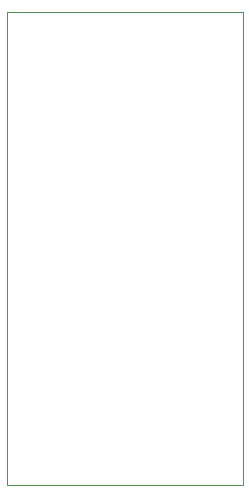
<source format=gbr>
%TF.GenerationSoftware,KiCad,Pcbnew,7.0.10-7.0.10~ubuntu22.04.1*%
%TF.CreationDate,2024-01-27T22:34:07+01:00*%
%TF.ProjectId,pmod_adc12,706d6f64-5f61-4646-9331-322e6b696361,rev?*%
%TF.SameCoordinates,Original*%
%TF.FileFunction,Profile,NP*%
%FSLAX46Y46*%
G04 Gerber Fmt 4.6, Leading zero omitted, Abs format (unit mm)*
G04 Created by KiCad (PCBNEW 7.0.10-7.0.10~ubuntu22.04.1) date 2024-01-27 22:34:07*
%MOMM*%
%LPD*%
G01*
G04 APERTURE LIST*
%TA.AperFunction,Profile*%
%ADD10C,0.100000*%
%TD*%
G04 APERTURE END LIST*
D10*
X100000000Y-80000000D02*
X100000000Y-40000000D01*
X120000000Y-80000000D02*
X100000000Y-80000000D01*
X120000000Y-40000000D02*
X120000000Y-80000000D01*
X100000000Y-40000000D02*
X120000000Y-40000000D01*
M02*

</source>
